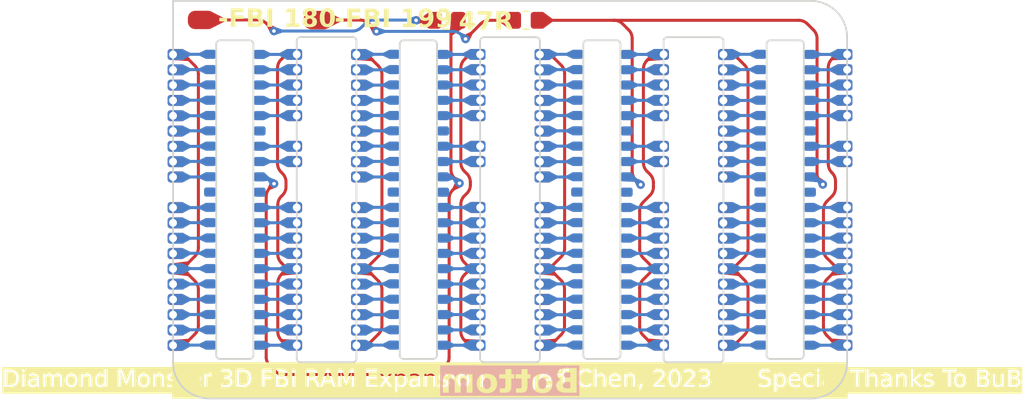
<source format=kicad_pcb>
(kicad_pcb (version 20221018) (generator pcbnew)
  (title_block (title "Diamond Monster 3D RAM Expansion FBI Board") (date "2023-09-15") (rev "1") (company "Jeff Chen"))
  (layers (0 "F.Cu" signal "Front") (31 "B.Cu" signal "Back") (34 "B.Paste" user) (35 "F.Paste" user) (36 "B.SilkS" user "B.Silkscreen") (37 "F.SilkS" user "F.Silkscreen") (38 "B.Mask" user) (39 "F.Mask" user) (44 "Edge.Cuts" user))
  (net 0 "")
  (net 1 "/Mem_U9.Vcc")
  (net 2 "/Mem_U9.D0")
  (net 3 "/Mem_U9.D1")
  (net 4 "/Mem_U9.D2")
  (net 5 "/Mem_U9.D3")
  (net 6 "/Mem_U9.D4")
  (net 7 "/Mem_U9.D5")
  (net 8 "/Mem_U9.D6")
  (net 9 "/Mem_U9.D7")
  (net 11 "/FBI_180")
  (net 12 "/Mem_U9.WE#")
  (net 13 "/Mem_U9.RAS#")
  (net 15 "/Mem_U9.A0")
  (net 16 "/Mem_U9.A1")
  (net 17 "/Mem_U9.A2")
  (net 18 "/Mem_U9.A3")
  (net 19 "/Mem_U9.GND")
  (net 20 "/Mem_U9.A4")
  (net 21 "/Mem_U9.A5")
  (net 22 "/Mem_U9.A6")
  (net 23 "/Mem_U9.A7")
  (net 24 "/Mem_U9.A8")
  (net 25 "/Mem_U9.OE#")
  (net 26 "/Mem_U9.CASH#")
  (net 27 "/Mem_U9.CASL#")
  (net 29 "/Mem_U9.D8")
  (net 30 "/Mem_U9.D9")
  (net 31 "/Mem_U9.D10")
  (net 32 "/Mem_U9.D11")
  (net 33 "/Mem_U9.D12")
  (net 34 "/Mem_U9.D13")
  (net 35 "/Mem_U9.D14")
  (net 36 "/Mem_U9.D15")
  (net 37 "/Mem_U6.Vcc")
  (net 38 "/Mem_U6.D0")
  (net 39 "/Mem_U6.D1")
  (net 40 "/Mem_U6.D2")
  (net 41 "/Mem_U6.D3")
  (net 42 "/Mem_U6.D4")
  (net 43 "/Mem_U6.D5")
  (net 44 "/Mem_U6.D6")
  (net 45 "/Mem_U6.D7")
  (net 47 "/Mem_U6.WE#")
  (net 48 "/Mem_U6.RAS#")
  (net 50 "/Mem_U6.A0")
  (net 51 "/Mem_U6.A1")
  (net 52 "/Mem_U6.A2")
  (net 53 "/Mem_U6.A3")
  (net 54 "/Mem_U6.GND")
  (net 55 "/Mem_U6.A4")
  (net 56 "/Mem_U6.A5")
  (net 57 "/Mem_U6.A6")
  (net 58 "/Mem_U6.A7")
  (net 59 "/Mem_U6.A8")
  (net 60 "/Mem_U6.OE#")
  (net 61 "/Mem_U6.CASH#")
  (net 62 "/Mem_U6.CASL#")
  (net 64 "/Mem_U6.D8")
  (net 65 "/Mem_U6.D9")
  (net 66 "/Mem_U6.D10")
  (net 67 "/Mem_U6.D11")
  (net 68 "/Mem_U6.D12")
  (net 69 "/Mem_U6.D13")
  (net 70 "/Mem_U6.D14")
  (net 71 "/Mem_U6.D15")
  (net 72 "/FBI_199")
  (net 73 "/Mem_U8.Vcc")
  (net 74 "/Mem_U8.D0")
  (net 75 "/Mem_U8.D1")
  (net 76 "/Mem_U8.D2")
  (net 77 "/Mem_U8.D3")
  (net 78 "/Mem_U8.D4")
  (net 79 "/Mem_U8.D5")
  (net 80 "/Mem_U8.D6")
  (net 81 "/Mem_U8.D7")
  (net 83 "/Mem_U8.WE#")
  (net 84 "/Mem_U8.RAS#")
  (net 86 "/Mem_U8.A0")
  (net 87 "/Mem_U8.A1")
  (net 88 "/Mem_U8.A2")
  (net 89 "/Mem_U8.A3")
  (net 90 "/Mem_U8.GND")
  (net 91 "/Mem_U8.A4")
  (net 92 "/Mem_U8.A5")
  (net 93 "/Mem_U8.A6")
  (net 94 "/Mem_U8.A7")
  (net 95 "/Mem_U8.A8")
  (net 96 "/Mem_U8.OE#")
  (net 97 "/Mem_U8.CASH#")
  (net 98 "/Mem_U8.CASL#")
  (net 100 "/Mem_U8.D8")
  (net 101 "/Mem_U8.D9")
  (net 102 "/Mem_U8.D10")
  (net 103 "/Mem_U8.D11")
  (net 104 "/Mem_U8.D12")
  (net 105 "/Mem_U8.D13")
  (net 106 "/Mem_U8.D14")
  (net 107 "/Mem_U8.D15")
  (net 108 "/Mem_U7.Vcc")
  (net 109 "/Mem_U7.D0")
  (net 110 "/Mem_U7.D1")
  (net 111 "/Mem_U7.D2")
  (net 112 "/Mem_U7.D3")
  (net 113 "/Mem_U7.D4")
  (net 114 "/Mem_U7.D5")
  (net 115 "/Mem_U7.D6")
  (net 116 "/Mem_U7.D7")
  (net 118 "/Mem_U7.WE#")
  (net 119 "/Mem_U7.RAS#")
  (net 121 "/Mem_U7.A0")
  (net 122 "/Mem_U7.A1")
  (net 123 "/Mem_U7.A2")
  (net 124 "/Mem_U7.A3")
  (net 125 "/Mem_U7.GND")
  (net 126 "/Mem_U7.A4")
  (net 127 "/Mem_U7.A5")
  (net 128 "/Mem_U7.A6")
  (net 129 "/Mem_U7.A7")
  (net 130 "/Mem_U7.A8")
  (net 131 "/Mem_U7.OE#")
  (net 132 "/Mem_U7.CASH#")
  (net 133 "/Mem_U7.CASL#")
  (net 135 "/Mem_U7.D8")
  (net 136 "/Mem_U7.D9")
  (net 137 "/Mem_U7.D10")
  (net 138 "/Mem_U7.D11")
  (net 139 "/Mem_U7.D12")
  (net 140 "/Mem_U7.D13")
  (net 141 "/Mem_U7.D14")
  (net 142 "/Mem_U7.D15")
  (net 143 "Net-(J3-Pin_1)")
  (net 144 "Net-(J4-Pin_1)")
  (footprint "Voodoo RAM Expansion:SOJ40 Castellated Vias" (layer "F.Cu") (at 137.68 112.62 180)
    (fp_text reference "S2" hide)
    (fp_text value "~")
  )
  (footprint "Voodoo RAM Expansion:Pin Header 2x20 SMD Inverted" (layer "F.Cu") (at 145.81 87.1)
    (fp_text reference "J5" hide)
    (fp_text value "~")
    (fp_line (start 0.416983 0.539588) (end 0.416983 26.339588) (stroke (width 0.15)) (layer "Edge.Cuts"))
    (fp_line (start 0.736902 26.659507) (end 3.180385 26.659507) (stroke (width 0.15)) (layer "Edge.Cuts"))
    (fp_line (start 3.180385 0.219669) (end 0.736902 0.219669) (stroke (width 0.15)) (layer "Edge.Cuts"))
    (fp_line (start 3.500304 26.339588) (end 3.500304 0.539588) (stroke (width 0.15)) (layer "Edge.Cuts"))
    (fp_arc (start 0.416983 0.539588) (mid 0.510685 0.313371) (end 0.736902 0.219669) (stroke (width 0.15)) (layer "Edge.Cuts"))
    (fp_arc (start 0.736902 26.659507) (mid 0.510687 26.565803) (end 0.416983 26.339588) (stroke (width 0.15)) (layer "Edge.Cuts"))
    (fp_arc (start 3.180385 0.219669) (mid 3.406616 0.313365) (end 3.500304 0.539588) (stroke (width 0.15)) (layer "Edge.Cuts"))
    (fp_arc (start 3.500304 26.339588) (mid 3.406605 26.565807) (end 3.180385 26.659507) (stroke (width 0.15)) (layer "Edge.Cuts"))
  )
  (footprint "Voodoo RAM Expansion:Single Pad" (layer "F.Cu") (at 114.6 85.64)
    (fp_text reference "J3" hide)
    (fp_text value "FBI 180")
  )
  (footprint "Resistor_SMD:R_0805_2012Metric_Pad1.20x1.40mm_HandSolder" (layer "F.Cu") (at 134.87 85.66)
    (fp_text reference "R1" hide)
    (fp_text value "47R")
  )
  (footprint "Voodoo RAM Expansion:Pin Header 2x20 SMD Inverted" (layer "F.Cu") (at 115.39 87.1)
    (fp_text reference "J1" hide)
    (fp_text value "~")
    (fp_line (start 0.416983 0.539588) (end 0.416983 26.339588) (stroke (width 0.15)) (layer "Edge.Cuts"))
    (fp_line (start 0.736902 26.659507) (end 3.180385 26.659507) (stroke (width 0.15)) (layer "Edge.Cuts"))
    (fp_line (start 3.180385 0.219669) (end 0.736902 0.219669) (stroke (width 0.15)) (layer "Edge.Cuts"))
    (fp_line (start 3.500304 26.339588) (end 3.500304 0.539588) (stroke (width 0.15)) (layer "Edge.Cuts"))
    (fp_arc (start 0.416983 0.539588) (mid 0.510685 0.313371) (end 0.736902 0.219669) (stroke (width 0.15)) (layer "Edge.Cuts"))
    (fp_arc (start 0.736902 26.659507) (mid 0.510687 26.565803) (end 0.416983 26.339588) (stroke (width 0.15)) (layer "Edge.Cuts"))
    (fp_arc (start 3.180385 0.219669) (mid 3.406616 0.313365) (end 3.500304 0.539588) (stroke (width 0.15)) (layer "Edge.Cuts"))
    (fp_arc (start 3.500304 26.339588) (mid 3.406605 26.565807) (end 3.180385 26.659507) (stroke (width 0.15)) (layer "Edge.Cuts"))
  )
  (footprint "Voodoo RAM Expansion:Pin Header 2x20 SMD Inverted" (layer "F.Cu") (at 161 87.1)
    (fp_text reference "J6" hide)
    (fp_text value "~")
    (fp_line (start 0.416983 0.539588) (end 0.416983 26.339588) (stroke (width 0.15)) (layer "Edge.Cuts"))
    (fp_line (start 0.736902 26.659507) (end 3.180385 26.659507) (stroke (width 0.15)) (layer "Edge.Cuts"))
    (fp_line (start 3.180385 0.219669) (end 0.736902 0.219669) (stroke (width 0.15)) (layer "Edge.Cuts"))
    (fp_line (start 3.500304 26.339588) (end 3.500304 0.539588) (stroke (width 0.15)) (layer "Edge.Cuts"))
    (fp_arc (start 0.416983 0.539588) (mid 0.510685 0.313371) (end 0.736902 0.219669) (stroke (width 0.15)) (layer "Edge.Cuts"))
    (fp_arc (start 0.736902 26.659507) (mid 0.510687 26.565803) (end 0.416983 26.339588) (stroke (width 0.15)) (layer "Edge.Cuts"))
    (fp_arc (start 3.180385 0.219669) (mid 3.406616 0.313365) (end 3.500304 0.539588) (stroke (width 0.15)) (layer "Edge.Cuts"))
    (fp_arc (start 3.500304 26.339588) (mid 3.406605 26.565807) (end 3.180385 26.659507) (stroke (width 0.15)) (layer "Edge.Cuts"))
  )
  (footprint "Voodoo RAM Expansion:SOJ40 Castellated Vias" (layer "F.Cu") (at 168.09 112.62 180)
    (fp_text reference "S4" hide)
    (fp_text value "~")
  )
  (footprint "Voodoo RAM Expansion:Pin Header 2x20 SMD Inverted" (layer "F.Cu") (at 130.6 87.1)
    (fp_text reference "J2" hide)
    (fp_text value "~")
    (fp_line (start 0.416983 0.539588) (end 0.416983 26.339588) (stroke (width 0.15)) (layer "Edge.Cuts"))
    (fp_line (start 0.736902 26.659507) (end 3.180385 26.659507) (stroke (width 0.15)) (layer "Edge.Cuts"))
    (fp_line (start 3.180385 0.219669) (end 0.736902 0.219669) (stroke (width 0.15)) (layer "Edge.Cuts"))
    (fp_line (start 3.500304 26.339588) (end 3.500304 0.539588) (stroke (width 0.15)) (layer "Edge.Cuts"))
    (fp_arc (start 0.416983 0.539588) (mid 0.510685 0.313371) (end 0.736902 0.219669) (stroke (width 0.15)) (layer "Edge.Cuts"))
    (fp_arc (start 0.736902 26.659507) (mid 0.510687 26.565803) (end 0.416983 26.339588) (stroke (width 0.15)) (layer "Edge.Cuts"))
    (fp_arc (start 3.180385 0.219669) (mid 3.406616 0.313365) (end 3.500304 0.539588) (stroke (width 0.15)) (layer "Edge.Cuts"))
    (fp_arc (start 3.500304 26.339588) (mid 3.406605 26.565807) (end 3.180385 26.659507) (stroke (width 0.15)) (layer "Edge.Cuts"))
  )
  (footprint "Voodoo RAM Expansion:SOJ40 Castellated Vias" (layer "F.Cu") (at 122.48 112.62 180)
    (fp_text reference "S1" hide)
    (fp_text value "~")
  )
  (footprint "Voodoo RAM Expansion:SOJ40 Castellated Vias" (layer "F.Cu") (at 152.88 112.62 180)
    (fp_text reference "S3" hide)
    (fp_text value "~")
  )
  (footprint "LOGO" (layer "F.Cu") (at 140.14 100.54)
    (fp_text reference "G***" hide)
    (fp_text value "LOGO" hide)
  )
  (footprint "Resistor_SMD:R_0805_2012Metric_Pad1.20x1.40mm_HandSolder" (layer "F.Cu") (at 141.47 85.66)
    (fp_text reference "R2" hide)
    (fp_text value "47R")
  )
  (footprint "Voodoo RAM Expansion:Single Pad" (layer "F.Cu") (at 124.21 85.65)
    (fp_text reference "J4" hide)
    (fp_text value "FBI 199")
  )
  (gr_rect (start 112.22 114.1) (end 168.08 114.4154) (stroke (width 0.127)) (fill solid) (layer "F.SilkS"))
  (gr_rect (start 166.224463 114.39) (end 168.075537 116.648505) (stroke (width 0.127)) (fill solid) (layer "F.SilkS"))
  (gr_rect (start 112.219301 116.666926) (end 168.079301 116.982326) (stroke (width 0.127)) (fill solid) (layer "F.SilkS"))
  (gr_rect (start 112.219301 114.356751) (end 114.408367 116.693249) (stroke (width 0.127)) (fill solid) (layer "F.SilkS"))
  (gr_line (start 112.23 84.05) (end 112.23 114.038521) (stroke (width 0.15)) (layer "Edge.Cuts"))
  (gr_arc (start 152.88 87.38) (mid 152.973726 87.153726) (end 153.2 87.06) (stroke (width 0.15)) (layer "Edge.Cuts"))
  (gr_arc (start 127.11 87.05) (mid 127.336274 87.143726) (end 127.43 87.37) (stroke (width 0.15)) (layer "Edge.Cuts"))
  (gr_line (start 137.68 113.71) (end 137.68 87.38) (stroke (width 0.15)) (layer "Edge.Cuts"))
  (gr_arc (start 122.799999 114.03) (mid 122.573725 113.936274) (end 122.48 113.71) (stroke (width 0.15)) (layer "Edge.Cuts"))
  (gr_line (start 157.84 87.38) (end 157.84 113.71) (stroke (width 0.15)) (layer "Edge.Cuts"))
  (gr_line locked (start 165.089776 84.05) (end 112.23 84.05) (stroke (width 0.15)) (layer "Edge.Cuts"))
  (gr_line (start 122.48 113.71) (end 122.48 87.37) (stroke (width 0.15)) (layer "Edge.Cuts"))
  (gr_line (start 157.52 114.03) (end 153.199999 114.03) (stroke (width 0.15)) (layer "Edge.Cuts"))
  (gr_line locked (start 165.089775 117.04) (end 115.23 117.04) (stroke (width 0.15)) (layer "Edge.Cuts"))
  (gr_arc (start 137.68 87.38) (mid 137.773726 87.153726) (end 138 87.06) (stroke (width 0.15)) (layer "Edge.Cuts"))
  (gr_line (start 168.09 87.050224) (end 168.09 114.039778) (stroke (width 0.15)) (layer "Edge.Cuts"))
  (gr_line (start 127.43 87.37) (end 127.43 113.71) (stroke (width 0.15)) (layer "Edge.Cuts"))
  (gr_arc (start 142.31 87.06) (mid 142.536274 87.153726) (end 142.63 87.38) (stroke (width 0.15)) (layer "Edge.Cuts"))
  (gr_line (start 142.63 87.38) (end 142.63 113.71) (stroke (width 0.15)) (layer "Edge.Cuts"))
  (gr_line (start 122.8 87.05) (end 127.11 87.05) (stroke (width 0.15)) (layer "Edge.Cuts"))
  (gr_arc locked (start 115.230223 117.038744) (mid 113.108745 116.159999) (end 112.23 114.038521) (stroke (width 0.15)) (layer "Edge.Cuts"))
  (gr_line (start 138 87.06) (end 142.31 87.06) (stroke (width 0.15)) (layer "Edge.Cuts"))
  (gr_arc (start 122.48 87.37) (mid 122.573726 87.143726) (end 122.8 87.05) (stroke (width 0.15)) (layer "Edge.Cuts"))
  (gr_arc (start 157.52 87.06) (mid 157.746274 87.153726) (end 157.84 87.38) (stroke (width 0.15)) (layer "Edge.Cuts"))
  (gr_arc locked (start 165.089776 84.05) (mid 167.211261 84.928738) (end 168.09 87.050224) (stroke (width 0.15)) (layer "Edge.Cuts"))
  (gr_arc (start 137.999999 114.03) (mid 137.773725 113.936274) (end 137.68 113.71) (stroke (width 0.15)) (layer "Edge.Cuts"))
  (gr_line (start 153.2 87.06) (end 157.52 87.06) (stroke (width 0.15)) (layer "Edge.Cuts"))
  (gr_arc (start 127.43 113.71) (mid 127.336274 113.936274) (end 127.11 114.03) (stroke (width 0.15)) (layer "Edge.Cuts"))
  (gr_arc (start 157.84 113.71) (mid 157.746274 113.936274) (end 157.52 114.03) (stroke (width 0.15)) (layer "Edge.Cuts"))
  (gr_arc locked (start 168.09 114.039778) (mid 167.211261 116.161263) (end 165.089775 117.04) (stroke (width 0.15)) (layer "Edge.Cuts"))
  (gr_arc (start 142.63 113.71) (mid 142.536274 113.936274) (end 142.31 114.03) (stroke (width 0.15)) (layer "Edge.Cuts"))
  (gr_arc (start 153.199999 114.03) (mid 152.973725 113.936274) (end 152.88 113.71) (stroke (width 0.15)) (layer "Edge.Cuts"))
  (gr_line (start 127.11 114.03) (end 122.799999 114.03) (stroke (width 0.15)) (layer "Edge.Cuts"))
  (gr_line (start 142.31 114.03) (end 137.999999 114.03) (stroke (width 0.15)) (layer "Edge.Cuts"))
  (gr_line (start 152.88 113.71) (end 152.88 87.38) (stroke (width 0.15)) (layer "Edge.Cuts"))
  (gr_text "Bottom" (at 140.15 115.73) (layer "B.SilkS" knockout) (effects (font (size 2 2) (thickness 0.127) bold) (justify mirror)))
  (gr_text "-FBI 199" (at 125.61 85.6) (layer "F.SilkS") (effects (font (size 1.5 1.5) (thickness 0.127) bold) (justify left)))
  (gr_text "47R" (at 138.17 85.81) (layer "F.SilkS") (effects (font (size 1.5 1.5) (thickness 0.127) bold)))
  (gr_text "Diamond Monster 3D FBI RAM Expansion      Jeff Chen, 2023      Special Thanks To BuB" (at 140.32 115.49) (layer "F.SilkS" knockout) (effects (font (size 1.4 1.4))))
  (gr_text "-FBI 180" (at 115.95 85.58) (layer "F.SilkS") (effects (font (size 1.5 1.5) (thickness 0.127) bold) (justify left)))
  (segment (start 121.297107 100.172893) (end 121.202893 100.267107) (width 0.25) (layer "F.Cu") (net 1))
  (segment (start 120.91 100.974214) (end 120.91 105.075786) (width 0.25) (layer "F.Cu") (net 1))
  (segment (start 122.034214 112.62) (end 122.22 112.62) (width 0.25) (layer "F.Cu") (net 1))
  (segment (start 121.89 106.27) (end 122.22 106.27) (width 0.25) (layer "F.Cu") (net 1))
  (segment (start 121.202893 112.202893) (end 121.327107 112.327107) (width 0.25) (layer "F.Cu") (net 1))
  (segment (start 121.317107 88.782893) (end 121.182893 88.917107) (width 0.25) (layer "F.Cu") (net 1))
  (segment (start 121.202893 105.782893) (end 121.69 106.27) (width 0.25) (layer "F.Cu") (net 1))
  (segment (start 121.69 106.27) (end 121.89 106.27) (width 0.25) (layer "F.Cu") (net 1))
  (segment (start 120.91 107.464214) (end 120.91 111.495786) (width 0.25) (layer "F.Cu") (net 1))
  (segment (start 121.59 99.074214) (end 121.59 99.465786) (width 0.25) (layer "F.Cu") (net 1))
  (segment (start 120.89 89.624214) (end 120.89 97.545786) (width 0.25) (layer "F.Cu") (net 1))
  (segment (start 121.182893 98.252893) (end 121.297107 98.367107) (width 0.25) (layer "F.Cu") (net 1))
  (segment (start 121.69 106.27) (end 121.202893 106.757107) (width 0.25) (layer "F.Cu") (net 1))
  (segment (start 122.22 88.49) (end 122.024214 88.49) (width 0.25) (layer "F.Cu") (net 1))
  (arc (start 121.317107 88.782893) (mid 121.64153 88.56612) (end 122.024214 88.49) (width 0.25) (layer "F.Cu") (net 1))
  (arc (start 120.91 105.075786) (mid 120.98612 105.458469) (end 121.202893 105.782893) (width 0.25) (layer "F.Cu") (net 1))
  (arc (start 120.91 100.974214) (mid 120.98612 100.591531) (end 121.202893 100.267107) (width 0.25) (layer "F.Cu") (net 1))
  (arc (start 120.89 89.624214) (mid 120.96612 89.241531) (end 121.182893 88.917107) (width 0.25) (layer "F.Cu") (net 1))
  (arc (start 121.297107 100.172893) (mid 121.51388 99.84847) (end 121.59 99.465786) (width 0.25) (layer "F.Cu") (net 1))
  (arc (start 120.91 111.495786) (mid 120.98612 111.878469) (end 121.202893 112.202893) (width 0.25) (layer "F.Cu") (net 1))
  (arc (start 122.034214 112.62) (mid 121.651531 112.54388) (end 121.327107 112.327107) (width 0.25) (layer "F.Cu") (net 1))
  (arc (start 121.59 99.074214) (mid 121.51388 98.691531) (end 121.297107 98.367107) (width 0.25) (layer "F.Cu") (net 1))
  (arc (start 120.89 97.545786) (mid 120.96612 97.928469) (end 121.182893 98.252893) (width 0.25) (layer "F.Cu") (net 1))
  (arc (start 120.91 107.464214) (mid 120.98612 107.081531) (end 121.202893 106.757107) (width 0.25) (layer "F.Cu") (net 1))
  (segment (start 119.4 88.49) (end 122.355 88.49) (width 0.25) (layer "B.Cu") (net 1))
  (segment (start 119.4 106.27) (end 122.355 106.27) (width 0.25) (layer "B.Cu") (net 1))
  (segment (start 119.4 112.62) (end 122.355 112.62) (width 0.25) (layer "B.Cu") (net 1))
  (segment (start 119.4 111.35) (end 122.355 111.35) (width 0.25) (layer "B.Cu") (net 2))
  (segment (start 119.4 110.08) (end 122.355 110.08) (width 0.25) (layer "B.Cu") (net 3))
  (segment (start 119.4 108.81) (end 122.355 108.81) (width 0.25) (layer "B.Cu") (net 4))
  (segment (start 119.4 107.54) (end 122.48 107.54) (width 0.25) (layer "B.Cu") (net 5))
  (segment (start 119.4 105) (end 122.355 105) (width 0.25) (layer "B.Cu") (net 6))
  (segment (start 119.4 103.73) (end 122.355 103.73) (width 0.25) (layer "B.Cu") (net 7))
  (segment (start 119.4 102.46) (end 122.355 102.46) (width 0.25) (layer "B.Cu") (net 8))
  (segment (start 119.4 101.19) (end 122.355 101.19) (width 0.25) (layer "B.Cu") (net 9))
  (segment (start 133.675786 115.05) (end 121.394214 115.05) (width 0.25) (layer "F.Cu") (net 11))
  (segment (start 135.11 100.454214) (end 135.11 113.615786) (width 0.25) (layer "F.Cu") (net 11))
  (segment (start 135.97 99.18) (end 135.402893 99.747107) (width 0.25) (layer "F.Cu") (net 11))
  (segment (start 119.95 113.605786) (end 119.95 100.284214) (width 0.25) (layer "F.Cu") (net 11))
  (segment (start 135.552893 86.087107) (end 135.87 85.77) (width 0.25) (layer "F.Cu") (net 11))
  (segment (start 135.26 98.055786) (end 135.26 86.794214) (width 0.25) (layer "F.Cu") (net 11))
  (segment (start 134.817107 114.322893) (end 134.382893 114.757107) (width 0.25) (layer "F.Cu") (net 11))
  (segment (start 135.87 85.77) (end 135.87 85.66) (width 0.25) (layer "F.Cu") (net 11))
  (segment (start 120.242893 99.577107) (end 120.6 99.22) (width 0.25) (layer "F.Cu") (net 11))
  (segment (start 120.687107 114.757107) (end 120.242893 114.312893) (width 0.25) (layer "F.Cu") (net 11))
  (segment (start 135.97 99.18) (end 135.552893 98.762893) (width 0.25) (layer "F.Cu") (net 11))
  (via (at 120.6 99.22) (size 0.7) (drill 0.3) (layers "F.Cu" "B.Cu") (net 11))
  (via (at 135.97 99.18) (size 0.7) (drill 0.3) (layers "F.Cu" "B.Cu") (net 11))
  (arc (start 135.26 98.055786) (mid 135.33612 98.438469) (end 135.552893 98.762893) (width 0.25) (layer "F.Cu") (net 11))
  (arc (start 135.26 86.794214) (mid 135.33612 86.411531) (end 135.552893 86.087107) (width 0.25) (layer "F.Cu") (net 11))
  (arc (start 134.382893 114.757107) (mid 134.05847 114.97388) (end 133.675786 115.05) (width 0.25) (layer "F.Cu") (net 11))
  (arc (start 120.687107 114.757107) (mid 121.01153 114.97388) (end 121.394214 115.05) (width 0.25) (layer "F.Cu") (net 11))
  (arc (start 119.95 113.605786) (mid 120.02612 113.988469) (end 120.242893 114.312893) (width 0.25) (layer "F.Cu") (net 11))
  (arc (start 134.817107 114.322893) (mid 135.03388 113.99847) (end 135.11 113.615786) (width 0.25) (layer "F.Cu") (net 11))
  (arc (start 135.402893 99.747107) (mid 135.18612 100.07153) (end 135.11 100.454214) (width 0.25) (layer "F.Cu") (net 11))
  (arc (start 119.95 100.284214) (mid 120.02612 99.901531) (end 120.242893 99.577107) (width 0.25) (layer "F.Cu") (net 11))
  (segment (start 135.97 99.18) (end 135.732893 98.942893) (width 0.25) (layer "B.Cu") (net 11))
  (segment (start 120.6 99.22) (end 120.322893 98.942893) (width 0.25) (layer "B.Cu") (net 11))
  (segment (start 135.025786 98.65) (end 134.61 98.65) (width 0.25) (layer "B.Cu") (net 11))
  (segment (start 119.615786 98.65) (end 119.4 98.65) (width 0.25) (layer "B.Cu") (net 11))
  (arc (start 135.025786 98.65) (mid 135.408469 98.72612) (end 135.732893 98.942893) (width 0.25) (layer "B.Cu") (net 11))
  (arc (start 120.322893 98.942893) (mid 119.99847 98.72612) (end 119.615786 98.65) (width 0.25) (layer "B.Cu") (net 11))
  (segment (start 119.4 97.38) (end 122.355 97.38) (width 0.25) (layer "B.Cu") (net 12))
  (segment (start 119.4 96.11) (end 122.355 96.11) (width 0.25) (layer "B.Cu") (net 13))
  (segment (start 119.4 93.57) (end 122.355 93.57) (width 0.25) (layer "B.Cu") (net 15))
  (segment (start 119.4 92.3) (end 122.355 92.3) (width 0.25) (layer "B.Cu") (net 16))
  (segment (start 119.4 91.03) (end 122.355 91.03) (width 0.25) (layer "B.Cu") (net 17))
  (segment (start 119.4 89.76) (end 122.355 89.76) (width 0.25) (layer "B.Cu") (net 18))
  (segment (start 114.33 107.994214) (end 114.33 110.995786) (width 0.25) (layer "F.Cu") (net 19))
  (segment (start 112.529031 106.28) (end 112.615786 106.28) (width 0.25) (layer "F.Cu") (net 19))
  (segment (start 112.695786 112.63) (end 112.5 112.63) (width 0.25) (layer "F.Cu") (net 19))
  (segment (start 114.037107 105.242893) (end 113.292893 105.987107) (width 0.25) (layer "F.Cu") (net 19))
  (segment (start 113.322893 106.572893) (end 114.037107 107.287107) (width 0.25) (layer "F.Cu") (net 19))
  (segment (start 112.5 88.5) (end 112.695786 88.5) (width 0.25) (layer "F.Cu") (net 19))
  (segment (start 114.037107 111.702893) (end 113.402893 112.337107) (width 0.25) (layer "F.Cu") (net 19))
  (segment (start 113.402893 88.792893) (end 114.037107 89.427107) (width 0.25) (layer "F.Cu") (net 19))
  (segment (start 114.33 90.134214) (end 114.33 104.535786) (width 0.25) (layer "F.Cu") (net 19))
  (segment (start 112.585786 106.28) (end 112.529031 106.28) (width 0.25) (layer "F.Cu") (net 19))
  (segment (start 112.5 106.28) (end 112.529031 106.28) (width 0.25) (layer "F.Cu") (net 19))
  (arc (start 114.33 90.134214) (mid 114.25388 89.751531) (end 114.037107 89.427107) (width 0.25) (layer "F.Cu") (net 19))
  (arc (start 112.695786 88.5) (mid 113.078469 88.57612) (end 113.402893 88.792893) (width 0.25) (layer "F.Cu") (net 19))
  (arc (start 114.037107 111.702893) (mid 114.25388 111.37847) (end 114.33 110.995786) (width 0.25) (layer "F.Cu") (net 19))
  (arc (start 113.292893 105.987107) (mid 112.96847 106.20388) (end 112.585786 106.28) (width 0.25) (layer "F.Cu") (net 19))
  (arc (start 114.037107 105.242893) (mid 114.25388 104.91847) (end 114.33 104.535786) (width 0.25) (layer "F.Cu") (net 19))
  (arc (start 112.695786 112.63) (mid 113.078469 112.55388) (end 113.402893 112.337107) (width 0.25) (layer "F.Cu") (net 19))
  (arc (start 114.33 107.994214) (mid 114.25388 107.611531) (end 114.037107 107.287107) (width 0.25) (layer "F.Cu") (net 19))
  (arc (start 112.615786 106.28) (mid 112.998469 106.35612) (end 113.322893 106.572893) (width 0.25) (layer "F.Cu") (net 19))
  (segment (start 112.355 106.26) (end 112.355 106.28) (width 0.25) (layer "B.Cu") (net 19))
  (segment (start 115.3 112.61) (end 112.355 112.61) (width 0.25) (layer "B.Cu") (net 19))
  (segment (start 115.3 88.48) (end 112.355 88.48) (width 0.25) (layer "B.Cu") (net 19))
  (segment (start 112.355 112.61) (end 112.355 112.63) (width 0.25) (layer "B.Cu") (net 19))
  (segment (start 115.3 106.26) (end 112.355 106.26) (width 0.25) (layer "B.Cu") (net 19))
  (segment (start 112.355 88.48) (end 112.355 88.5) (width 0.25) (layer "B.Cu") (net 19))
  (segment (start 112.355 89.75) (end 112.355 89.77) (width 0.25) (layer "B.Cu") (net 20))
  (segment (start 115.3 89.75) (end 112.355 89.75) (width 0.25) (layer "B.Cu") (net 20))
  (segment (start 112.355 91.02) (end 112.355 91.04) (width 0.25) (layer "B.Cu") (net 21))
  (segment (start 115.3 91.02) (end 112.355 91.02) (width 0.25) (layer "B.Cu") (net 21))
  (segment (start 112.355 92.29) (end 112.355 92.31) (width 0.25) (layer "B.Cu") (net 22))
  (segment (start 115.3 92.29) (end 112.355 92.29) (width 0.25) (layer "B.Cu") (net 22))
  (segment (start 115.3 93.56) (end 115.28 93.58) (width 0.25) (layer "B.Cu") (net 23))
  (segment (start 115.28 93.58) (end 112.355 93.58) (width 0.25) (layer "B.Cu") (net 23))
  (segment (start 112.355 94.83) (end 112.355 94.85) (width 0.25) (layer "B.Cu") (net 24))
  (segment (start 115.3 94.83) (end 112.355 94.83) (width 0.25) (layer "B.Cu") (net 24))
  (segment (start 115.28 96.12) (end 112.355 96.12) (width 0.25) (layer "B.Cu") (net 25))
  (segment (start 115.3 96.1) (end 115.28 96.12) (width 0.25) (layer "B.Cu") (net 25))
  (segment (start 115.3 97.37) (end 112.355 97.37) (width 0.25) (layer "B.Cu") (net 26))
  (segment (start 112.355 97.37) (end 112.355 97.39) (width 0.25) (layer "B.Cu") (net 26))
  (segment (start 115.3 98.64) (end 115.28 98.66) (width 0.25) (layer "B.Cu") (net 27))
  (segment (start 115.28 98.66) (end 112.355 98.66) (width 0.25) (layer "B.Cu") (net 27))
  (segment (start 115.28 101.2) (end 112.355 101.2) (width 0.25) (layer "B.Cu") (net 29))
  (segment (start 115.3 101.18) (end 115.28 101.2) (width 0.25) (layer "B.Cu") (net 29))
  (segment (start 112.355 102.45) (end 112.355 102.47) (width 0.25) (layer "B.Cu") (net 30))
  (segment (start 115.3 102.45) (end 112.355 102.45) (width 0.25) (layer "B.Cu") (net 30))
  (segment (start 115.3 103.72) (end 115.28 103.74) (width 0.25) (layer "B.Cu") (net 31))
  (segment (start 115.28 103.74) (end 112.355 103.74) (width 0.25) (layer "B.Cu") (net 31))
  (segment (start 115.3 104.99) (end 112.355 104.99) (width 0.25) (layer "B.Cu") (net 32))
  (segment (start 112.355 104.99) (end 112.355 105.01) (width 0.25) (layer "B.Cu") (net 32))
  (segment (start 115.3 107.53) (end 115.28 107.55) (width 0.25) (layer "B.Cu") (net 33))
  (segment (start 115.28 107.55) (end 112.355 107.55) (width 0.25) (layer "B.Cu") (net 33))
  (segment (start 115.28 108.82) (end 112.355 108.82) (width 0.25) (layer "B.Cu") (net 34))
  (segment (start 115.3 108.8) (end 115.28 108.82) (width 0.25) (layer "B.Cu") (net 34))
  (segment (start 112.355 110.07) (end 112.355 110.09) (width 0.25) (layer "B.Cu") (net 35))
  (segment (start 115.3 110.07) (end 112.355 110.07) (width 0.25) (layer "B.Cu") (net 35))
  (segment (start 115.3 111.34) (end 112.355 111.34) (width 0.25) (layer "B.Cu") (net 36))
  (segment (start 112.355 111.34) (end 112.355 111.36) (width 0.25) (layer "B.Cu") (net 36))
  (segment (start 137.390969 106.27) (end 137.42 106.27) (width 0.25) (layer "F.Cu") (net 37))
  (segment (start 136.08 100.934214) (end 136.08 105.045786) (width 0.25) (layer "F.Cu") (net 37))
  (segment (start 136.577107 100.022893) (end 136.372893 100.227107) (width 0.25) (layer "F.Cu") (net 37))
  (segment (start 136.08 89.624214) (end 136.08 97.475786) (width 0.25) (layer "F.Cu") (net 37))
  (segment (start 137.42 112.62) (end 137.214214 112.62) (width 0.25) (layer "F.Cu") (net 37))
  (segment (start 137.09 106.27) (end 137.390969 106.27) (width 0.25) (layer "F.Cu") (net 37))
  (segment (start 136.87 99.094214) (end 136.87 99.315786) (width 0.25) (layer "F.Cu") (net 37))
  (segment (start 136.507107 112.327107) (end 136.372893 112.192893) (width 0.25) (layer "F.Cu") (net 37))
  (segment (start 137.42 88.49) (end 137.214214 88.49) (width 0.25) (layer "F.Cu") (net 37))
  (segment (start 136.372893 98.182893) (end 136.577107 98.387107) (width 0.25) (layer "F.Cu") (net 37))
  (segment (start 136.08 111.485786) (end 136.08 107.494214) (width 0.25) (layer "F.Cu") (net 37))
  (segment (start 136.372893 105.752893) (end 136.89 106.27) (width 0.25) (layer "F.Cu") (net 37))
  (segment (start 136.507107 88.782893) (end 136.372893 88.917107) (width 0.25) (layer "F.Cu") (net 37))
  (segment (start 136.89 106.27) (end 137.09 106.27) (width 0.25) (layer "F.Cu") (net 37))
  (segment (start 136.372893 106.787107) (end 136.89 106.27) (width 0.25) (layer "F.Cu") (net 37))
  (arc (start 136.372893 98.182893) (mid 136.15612 97.85847) (end 136.08 97.475786) (width 0.25) (layer "F.Cu") (net 37))
  (arc (start 136.507107 88.782893) (mid 136.83153 88.56612) (end 137.214214 88.49) (width 0.25) (layer "F.Cu") (net 37))
  (arc (start 136.372893 88.917107) (mid 136.15612 89.24153) (end 136.08 89.624214) (width 0.25) (layer "F.Cu") (net 37))
  (arc (start 136.08 105.045786) (mid 136.15612 105.428469) (end 136.372893 105.752893) (width 0.25) (layer "F.Cu") (net 37))
  (arc (start 136.08 111.485786) (mid 136.15612 111.868469) (end 136.372893 112.192893) (width 0.25) (layer "F.Cu") (net 37))
  (arc (start 136.372893 106.787107) (mid 136.15612 107.11153) (end 136.08 107.494214) (width 0.25) (layer "F.Cu") (net 37))
  (arc (start 136.87 99.315786) (mid 136.79388 99.698469) (end 136.577107 100.022893) (width 0.25) (layer "F.Cu") (net 37))
  (arc (start 136.577107 98.387107) (mid 136.79388 98.71153) (end 136.87 99.094214) (width 0.25) (layer "F.Cu") (net 37))
  (arc (start 137.214214 112.62) (mid 136.831531 112.54388) (end 136.507107 112.327107) (width 0.25) (layer "F.Cu") (net 37))
  (arc (start 136.08 100.934214) (mid 136.15612 100.551531) (end 136.372893 100.227107) (width 0.25) (layer "F.Cu") (net 37))
  (segment (start 134.61 88.49) (end 137.42 88.49) (width 0.25) (layer "B.Cu") (net 37))
  (segment (start 134.61 106.27) (end 137.42 106.27) (width 0.25) (layer "B.Cu") (net 37))
  (segment (start 134.61 112.62) (end 137.42 112.62) (width 0.25) (layer "B.Cu") (net 37))
  (segment (start 134.61 111.35) (end 137.42 111.35) (width 0.25) (layer "B.Cu") (net 38))
  (segment (start 134.61 110.08) (end 137.42 110.08) (width 0.25) (layer "B.Cu") (net 39))
  (segment (start 134.61 108.81) (end 137.42 108.81) (width 0.25) (layer "B.Cu") (net 40))
  (segment (start 134.61 107.54) (end 137.42 107.54) (width 0.25) (layer "B.Cu") (net 41))
  (segment (start 134.61 105) (end 137.42 105) (width 0.25) (layer "B.Cu") (net 42))
  (segment (start 134.61 103.73) (end 137.42 103.73) (width 0.25) (layer "B.Cu") (net 43))
  (segment (start 134.61 102.46) (end 137.42 102.46) (width 0.25) (layer "B.Cu") (net 44))
  (segment (start 134.61 101.19) (end 137.42 101.19) (width 0.25) (layer "B.Cu") (net 45))
  (segment (start 134.61 97.38) (end 137.42 97.38) (width 0.25) (layer "B.Cu") (net 47))
  (segment (start 134.61 96.11) (end 137.42 96.11) (width 0.25) (layer "B.Cu") (net 48))
  (segment (start 134.61 93.57) (end 137.42 93.57) (width 0.25) (layer "B.Cu") (net 50))
  (segment (start 134.61 92.3) (end 137.42 92.3) (width 0.25) (layer "B.Cu") (net 51))
  (segment (start 134.61 91.03) (end 137.42 91.03) (width 0.25) (layer "B.Cu") (net 52))
  (segment (start 134.61 89.76) (end 137.42 89.76) (width 0.25) (layer "B.Cu") (net 53))
  (segment (start 128.24 106.24) (end 128.24 106.28) (width 0.25) (layer "F.Cu") (net 54))
  (segment (start 129.54 90.154214) (end 129.54 104.525786) (width 0.25) (layer "F.Cu") (net 54))
  (segment (start 128.592893 88.792893) (end 129.247107 89.447107) (width 0.25) (layer "F.Cu") (net 54))
  (segment (start 127.7 88.5) (end 127.885786 88.5) (width 0.25) (layer "F.Cu") (net 54))
  (segment (start 129.247107 111.702893) (end 128.612893 112.337107) (width 0.25) (layer "F.Cu") (net 54))
  (segment (start 129.247107 105.232893) (end 128.24 106.24) (width 0.25) (layer "F.Cu") (net 54))
  (segment (start 128.24 106.28) (end 129.247107 107.287107) (width 0.25) (layer "F.Cu") (net 54))
  (segment (start 129.54 107.994214) (end 129.54 110.995786) (width 0.25) (layer "F.Cu") (net 54))
  (segment (start 127.905786 112.63) (end 127.7 112.63) (width 0.25) (layer "F.Cu") (net 54))
  (arc (start 129.54 104.525786) (mid 129.46388 104.908469) (end 129.247107 105.232893) (width 0.25) (layer "F.Cu") (net 54))
  (arc (start 129.54 90.154214) (mid 129.46388 89.771531) (end 129.247107 89.447107) (width 0.25) (layer "F.Cu") (net 54))
  (arc (start 128.612893 112.337107) (mid 128.28847 112.55388) (end 127.905786 112.63) (width 0.25) (layer "F.Cu") (net 54))
  (arc (start 127.885786 88.5) (mid 128.268469 88.57612) (end 128.592893 88.792893) (width 0.25) (layer "F.Cu") (net 54))
  (arc (start 129.247107 111.702893) (mid 129.46388 111.37847) (end 129.54 110.995786) (width 0.25) (layer "F.Cu") (net 54))
  (arc (start 129.54 107.994214) (mid 129.46388 107.611531) (end 129.247107 107.287107) (width 0.25) (layer "F.Cu") (net 54))
  (segment (start 130.51 106.26) (end 127.72 106.26) (width 0.25) (layer "B.Cu") (net 54))
  (segment (start 130.51 88.48) (end 127.72 88.48) (width 0.25) (layer "B.Cu") (net 54))
  (segment (start 127.72 88.48) (end 127.7 88.5) (width 0.25) (layer "B.Cu") (net 54))
  (segment (start 130.51 112.61) (end 127.72 112.61) (width 0.25) (layer "B.Cu") (net 54))
  (segment (start 127.72 112.61) (end 127.7 112.63) (width 0.25) (layer "B.Cu") (net 54))
  (segment (start 127.72 106.26) (end 127.7 106.28) (width 0.25) (layer "B.Cu") (net 54))
  (segment (start 130.49 89.77) (end 127.7 89.77) (width 0.25) (layer "B.Cu") (net 55))
  (segment (start 130.51 89.75) (end 130.49 89.77) (width 0.25) (layer "B.Cu") (net 55))
  (segment (start 130.49 91.04) (end 127.7 91.04) (width 0.25) (layer "B.Cu") (net 56))
  (segment (start 130.51 91.02) (end 130.49 91.04) (width 0.25) (layer "B.Cu") (net 56))
  (segment (start 130.51 92.29) (end 127.72 92.29) (width 0.25) (layer "B.Cu") (net 57))
  (segment (start 127.72 92.29) (end 127.7 92.31) (width 0.25) (layer "B.Cu") (net 57))
  (segment (start 127.72 93.56) (end 127.7 93.58) (width 0.25) (layer "B.Cu") (net 58))
  (segment (start 130.51 93.56) (end 127.72 93.56) (width 0.25) (layer "B.Cu") (net 58))
  (segment (start 127.72 94.83) (end 127.7 94.85) (width 0.25) (layer "B.Cu") (net 59))
  (segment (start 130.51 94.83) (end 127.72 94.83) (width 0.25) (layer "B.Cu") (net 59))
  (segment (start 127.72 96.1) (end 127.7 96.12) (width 0.25) (layer "B.Cu") (net 60))
  (segment (start 130.51 96.1) (end 127.72 96.1) (width 0.25) (layer "B.Cu") (net 60))
  (segment (start 130.51 97.37) (end 127.72 97.37) (width 0.25) (layer "B.Cu") (net 61))
  (segment (start 127.72 97.37) (end 127.7 97.39) (width 0.25) (layer "B.Cu") (net 61))
  (segment (start 130.51 98.64) (end 130.49 98.66) (width 0.25) (layer "B.Cu") (net 62))
  (segment (start 130.49 98.66) (end 127.7 98.66) (width 0.25) (layer "B.Cu") (net 62))
  (segment (start 130.51 101.18) (end 127.72 101.18) (width 0.25) (layer "B.Cu") (net 64))
  (segment (start 127.72 101.18) (end 127.7 101.2) (width 0.25) (layer "B.Cu") (net 64))
  (segment (start 127.72 102.45) (end 127.7 102.47) (width 0.25) (layer "B.Cu") (net 65))
  (segment (start 130.51 102.45) (end 127.72 102.45) (width 0.25) (layer "B.Cu") (net 65))
  (segment (start 127.72 103.72) (end 127.7 103.74) (width 0.25) (layer "B.Cu") (net 66))
  (segment (start 130.51 103.72) (end 127.72 103.72) (width 0.25) (layer "B.Cu") (net 66))
  (segment (start 130.49 105.01) (end 127.7 105.01) (width 0.25) (layer "B.Cu") (net 67))
  (segment (start 130.51 104.99) (end 130.49 105.01) (width 0.25) (layer "B.Cu") (net 67))
  (segment (start 127.72 107.53) (end 127.7 107.55) (width 0.25) (layer "B.Cu") (net 68))
  (segment (start 130.51 107.53) (end 127.72 107.53) (width 0.25) (layer "B.Cu") (net 68))
  (segment (start 130.51 108.8) (end 127.72 108.8) (width 0.25) (layer "B.Cu") (net 69))
  (segment (start 127.72 108.8) (end 127.7 108.82) (width 0.25) (layer "B.Cu") (net 69))
  (segment (start 130.49 110.09) (end 127.7 110.09) (width 0.25) (layer "B.Cu") (net 70))
  (segment (start 130.51 110.07) (end 130.49 110.09) (width 0.25) (layer "B.Cu") (net 70))
  (segment (start 130.51 111.34) (end 127.72 111.34) (width 0.25) (layer "B.Cu") (net 71))
  (segment (start 127.72 111.34) (end 127.7 111.36) (width 0.25) (layer "B.Cu") (net 71))
  (segment (start 148.775786 85.66) (end 148.72 85.66) (width 0.25) (layer "F.Cu") (net 72))
  (segment (start 149.987107 86.457107) (end 149.482893 85.952893) (width 0.25) (layer "F.Cu") (net 72))
  (segment (start 165.6 98.385786) (end 165.6 87.174214) (width 0.25) (layer "F.Cu") (net 72))
  (segment (start 142.47 85.66) (end 148.72 85.66) (width 0.25) (layer "F.Cu") (net 72))
  (segment (start 164.085786 85.66) (end 148.72 85.66) (width 0.25) (layer "F.Cu") (net 72))
  (segment (start 150.28 98.185786) (end 150.28 87.164214) (width 0.25) (layer "F.Cu") (net 72))
  (segment (start 165.307107 86.467107) (end 164.792893 85.952893) (width 0.25) (layer "F.Cu") (net 72))
  (segment (start 150.98 99.3) (end 150.572893 98.892893) (width 0.25) (layer "F.Cu") (net 72))
  (segment (start 166.08 99.28) (end 165.892893 99.092893) (width 0.25) (layer "F.Cu") (net 72))
  (via (at 150.98 99.3) (size 0.7) (drill 0.3) (layers "F.Cu" "B.Cu") (net 72))
  (via (at 166.08 99.28) (size 0.7) (drill 0.3) (layers "F.Cu" "B.Cu") (net 72))
  (arc (start 164.792893 85.952893) (mid 164.46847 85.73612) (end 164.085786 85.66) (width 0.25) (layer "F.Cu") (net 72))
  (arc (start 150.28 98.185786) (mid 150.35612 98.568469) (end 150.572893 98.892893) (width 0.25) (layer "F.Cu") (net 72))
  (arc (start 149.987107 86.457107) (mid 150.20388 86.78153) (end 150.28 87.164214) (width 0.25) (layer "F.Cu") (net 72))
  (arc (start 149.482893 85.952893) (mid 149.15847 85.73612) (end 148.775786 85.66) (width 0.25) (layer "F.Cu") (net 72))
  (arc (start 165.307107 86.467107) (mid 165.52388 86.79153) (end 165.6 87.174214) (width 0.25) (layer "F.Cu") (net 72))
  (arc (start 165.892893 99.092893) (mid 165.67612 98.76847) (end 165.6 98.385786) (width 0.25) (layer "F.Cu") (net 72))
  (segment (start 166.08 99.28) (end 165.742893 98.942893) (width 0.25) (layer "B.Cu") (net 72))
  (segment (start 165.035786 98.65) (end 165.01 98.65) (width 0.25) (layer "B.Cu") (net 72))
  (segment (start 150.98 99.3) (end 150.622893 98.942893) (width 0.25) (layer "B.Cu") (net 72))
  (segment (start 149.915786 98.65) (end 149.82 98.65) (width 0.25) (layer "B.Cu") (net 72))
  (arc (start 150.622893 98.942893) (mid 150.29847 98.72612) (end 149.915786 98.65) (width 0.25) (layer "B.Cu") (net 72))
  (arc (start 165.742893 98.942893) (mid 165.41847 98.72612) (end 165.035786 98.65) (width 0.25) (layer "B.Cu") (net 72))
  (segment (start 151.502893 98.182893) (end 151.747107 98.427107) (width 0.25) (layer "F.Cu") (net 73))
  (segment (start 152.04 99.134214) (end 152.04 99.485786) (width 0.25) (layer "F.Cu") (net 73))
  (segment (start 151.717107 112.327107) (end 151.192893 111.802893) (width 0.25) (layer "F.Cu") (net 73))
  (segment (start 151.717107 88.782893) (end 151.502893 88.997107) (width 0.25) (layer "F.Cu") (net 73))
  (segment (start 152.62 112.62) (end 152.424214 112.62) (width 0.25) (layer "F.Cu") (net 73))
  (segment (start 152.09 106.27) (end 152.590969 106.27) (width 0.25) (layer "F.Cu") (net 73))
  (segment (start 152.590969 106.27) (end 152.62 106.27) (width 0.25) (layer "F.Cu") (net 73))
  (segment (start 151.747107 100.192893) (end 151.192893 100.747107) (width 0.25) (layer "F.Cu") (net 73))
  (segment (start 151.192893 107.167107) (end 152.09 106.27) (width 0.25) (layer "F.Cu") (net 73))
  (segment (start 150.9 111.095786) (end 150.9 107.874214) (width 0.25) (layer "F.Cu") (net 73))
  (segment (start 151.21 89.704214) (end 151.21 97.475786) (width 0.25) (layer "F.Cu") (net 73))
  (segment (start 151.192893 105.372893) (end 152.09 106.27) (width 0.25) (layer "F.Cu") (net 73))
  (segment (start 150.9 101.454214) (end 150.9 104.665786) (width 0.25) (layer "F.Cu") (net 73))
  (segment (start 152.62 88.49) (end 152.424214 88.49) (width 0.25) (layer "F.Cu") (net 73))
  (arc (start 152.424214 88.49) (mid 152.041531 88.56612) (end 151.717107 88.782893) (width 0.25) (layer "F.Cu") (net 73))
  (arc (start 152.424214 112.62) (mid 152.041531 112.54388) (end 151.717107 112.327107) (width 0.25) (layer "F.Cu") (net 73))
  (arc (start 151.747107 100.192893) (mid 151.96388 99.86847) (end 152.04 99.485786) (width 0.25) (layer "F.Cu") (net 73))
  (arc (start 151.747107 98.427107) (mid 151.96388 98.75153) (end 152.04 99.134214) (width 0.25) (layer "F.Cu") (net 73))
  (arc (start 151.192893 107.167107) (mid 150.97612 107.49153) (end 150.9 107.874214) (width 0.25) (layer "F.Cu") (net 73))
  (arc (start 151.192893 105.372893) (mid 150.97612 105.04847) (end 150.9 104.665786) (width 0.25) (layer "F.Cu") (net 73))
  (arc (start 150.9 101.454214) (mid 150.97612 101.071531) (end 151.192893 100.747107) (width 0.25) (layer "F.Cu") (net 73))
  (arc (start 151.502893 98.182893) (mid 151.28612 97.85847) (end 151.21 97.475786) (width 0.25) (layer "F.Cu") (net 73))
  (arc (start 151.21 89.704214) (mid 151.28612 89.321531) (end 151.502893 88.997107) (width 0.25) (layer "F.Cu") (net 73))
  (arc (start 150.9 111.095786) (mid 150.97612 111.478469) (end 151.192893 111.802893) (width 0.25) (layer "F.Cu") (net 73))
  (segment (start 149.82 88.49) (end 152.62 88.49) (width 0.25) (layer "B.Cu") (net 73))
  (segment (start 149.82 112.62) (end 152.62 112.62) (width 0.25) (layer "B.Cu") (net 73))
  (segment (start 149.82 106.27) (end 152.62 106.27) (width 0.25) (layer "B.Cu") (net 73))
  (segment (start 149.82 111.35) (end 152.62 111.35) (width 0.25) (layer "B.Cu") (net 74))
  (segment (start 149.82 110.08) (end 152.62 110.08) (width 0.25) (layer "B.Cu") (net 75))
  (segment (start 149.82 108.81) (end 152.62 108.81) (width 0.25) (layer "B.Cu") (net 76))
  (segment (start 149.82 107.54) (end 152.62 107.54) (width 0.25) (layer "B.Cu") (net 77))
  (segment (start 149.82 105) (end 152.62 105) (width 0.25) (layer "B.Cu") (net 78))
  (segment (start 149.82 103.73) (end 152.62 103.73) (width 0.25) (layer "B.Cu") (net 79))
  (segment (start 149.82 102.46) (end 152.62 102.46) (width 0.25) (layer "B.Cu") (net 80))
  (segment (start 149.82 101.19) (end 152.62 101.19) (width 0.25) (layer "B.Cu") (net 81))
  (segment (start 149.82 97.38) (end 152.62 97.38) (width 0.25) (layer "B.Cu") (net 83))
  (segment (start 149.82 96.11) (end 152.62 96.11) (width 0.25) (layer "B.Cu") (net 84))
  (segment (start 149.82 93.57) (end 152.62 93.57) (width 0.25) (layer "B.Cu") (net 86))
  (segment (start 149.82 92.3) (end 152.62 92.3) (width 0.25) (layer "B.Cu") (net 87))
  (segment (start 149.82 91.03) (end 152.62 91.03) (width 0.25) (layer "B.Cu") (net 88))
  (segment (start 149.82 89.76) (end 152.62 89.76) (width 0.25) (layer "B.Cu") (net 89))
  (segment (start 143.802893 88.792893) (end 144.387107 89.377107) (width 0.25) (layer "F.Cu") (net 90))
  (segment (start 143.415001 106.265) (end 144.377107 107.227107) (width 0.25) (layer "F.Cu") (net 90))
  (segment (start 142.9 88.5) (end 143.095786 88.5) (width 0.25) (layer "F.Cu") (net 90))
  (segment (start 142.63 106.28) (end 143.400001 106.28) (width 0.25) (layer "F.Cu") (net 90))
  (segment (start 144.377107 111.762893) (end 143.802893 112.337107) (width 0.25) (layer "F.Cu") (net 90))
  (segment (start 144.387107 105.292893) (end 143.415001 106.265) (width 0.25) (layer "F.Cu") (net 90))
  (segment (start 143.095786 112.63) (end 142.9 112.63) (width 0.25) (layer "F.Cu") (net 90))
  (segment (start 143.400001 106.28) (end 143.415001 106.265) (width 0.25) (layer "F.Cu") (net 90))
  (segment (start 144.67 107.934213) (end 144.67 111.055786) (width 0.25) (layer "F.Cu") (net 90))
  (segment (start 144.68 90.084214) (end 144.68 104.585787) (width 0.25) (layer "F.Cu") (net 90))
  (arc (start 143.802893 88.792893) (mid 143.47847 88.57612) (end 143.095786 88.5) (width 0.25) (layer "F.Cu") (net 90))
  (arc (start 144.68 104.585787) (mid 144.60388 104.96847) (end 144.387107 105.292893) (width 0.25) (layer "F.Cu") (net 90))
  (arc (start 144.67 111.055786) (mid 144.59388 111.438469) (end 144.377107 111.762893) (width 0.25) (layer "F.Cu") (net 90))
  (arc (start 143.095786 112.63) (mid 143.478469 112.55388) (end 143.802893 112.337107) (width 0.25) (layer "F.Cu") (net 90))
  (arc (start 144.67 107.934213) (mid 144.59388 107.55153) (end 144.377107 107.227107) (width 0.25) (layer "F.Cu") (net 90))
  (arc (start 144.68 90.084214) (mid 144.60388 89.701531) (end 144.387107 89.377107) (width 0.25) (layer "F.Cu") (net 90))
  (segment (start 142.92 106.26) (end 142.9 106.28) (width 0.25) (layer "B.Cu") (net 90))
  (segment (start 142.92 88.48) (end 142.9 88.5) (width 0.25) (layer "B.Cu") (net 90))
  (segment (start 145.72 106.26) (end 142.92 106.26) (width 0.25) (layer "B.Cu") (net 90))
  (segment (start 142.92 112.61) (end 142.9 112.63) (width 0.25) (layer "B.Cu") (net 90))
  (segment (start 145.72 112.61) (end 142.92 112.61) (width 0.25) (layer "B.Cu") (net 90))
  (segment (start 145.72 88.48) (end 142.92 88.48) (width 0.25) (layer "B.Cu") (net 90))
  (segment (start 145.72 89.75) (end 142.92 89.75) (width 0.25) (layer "B.Cu") (net 91))
  (segment (start 142.92 89.75) (end 142.9 89.77) (width 0.25) (layer "B.Cu") (net 91))
  (segment (start 145.72 91.02) (end 142.92 91.02) (width 0.25) (layer "B.Cu") (net 92))
  (segment (start 142.92 91.02) (end 142.9 91.04) (width 0.25) (layer "B.Cu") (net 92))
  (segment (start 145.72 92.29) (end 142.92 92.29) (width 0.25) (layer "B.Cu") (net 93))
  (segment (start 142.92 92.29) (end 142.9 92.31) (width 0.25) (layer "B.Cu") (net 93))
  (segment (start 142.92 93.56) (end 142.9 93.58) (width 0.25) (layer "B.Cu") (net 94))
  (segment (start 145.72 93.56) (end 142.92 93.56) (width 0.25) (layer "B.Cu") (net 94))
  (segment (start 142.92 94.83) (end 142.9 94.85) (width 0.25) (layer "B.Cu") (net 95))
  (segment (start 145.72 94.83) (end 142.92 94.83) (width 0.25) (layer "B.Cu") (net 95))
  (segment (start 145.72 96.1) (end 142.92 96.1) (width 0.25) (layer "B.Cu") (net 96))
  (segment (start 142.92 96.1) (end 142.9 96.12) (width 0.25) (layer "B.Cu") (net 96))
  (segment (start 145.72 97.37) (end 145.7 97.39) (width 0.25) (layer "B.Cu") (net 97))
  (segment (start 145.7 97.39) (end 142.9 97.39) (width 0.25) (layer "B.Cu") (net 97))
  (segment (start 145.72 98.64) (end 145.7 98.66) (width 0.25) (layer "B.Cu") (net 98))
  (segment (start 145.7 98.66) (end 142.9 98.66) (width 0.25) (layer "B.Cu") (net 98))
  (segment (start 145.7 101.2) (end 142.9 101.2) (width 0.25) (layer "B.Cu") (net 100))
  (segment (start 145.72 101.18) (end 145.7 101.2) (width 0.25) (layer "B.Cu") (net 100))
  (segment (start 142.92 102.45) (end 142.9 102.47) (width 0.25) (layer "B.Cu") (net 101))
  (segment (start 145.72 102.45) (end 142.92 102.45) (width 0.25) (layer "B.Cu") (net 101))
  (segment (start 145.7 103.74) (end 142.9 103.74) (width 0.25) (layer "B.Cu") (net 102))
  (segment (start 145.72 103.72) (end 145.7 103.74) (width 0.25) (layer "B.Cu") (net 102))
  (segment (start 145.72 104.99) (end 142.92 104.99) (width 0.25) (layer "B.Cu") (net 103))
  (segment (start 142.92 104.99) (end 142.9 105.01) (width 0.25) (layer "B.Cu") (net 103))
  (segment (start 142.92 107.53) (end 142.9 107.55) (width 0.25) (layer "B.Cu") (net 104))
  (segment (start 145.72 107.53) (end 142.92 107.53) (width 0.25) (layer "B.Cu") (net 104))
  (segment (start 142.92 108.8) (end 142.9 108.82) (width 0.25) (layer "B.Cu") (net 105))
  (segment (start 145.72 108.8) (end 142.92 108.8) (width 0.25) (layer "B.Cu") (net 105))
  (segment (start 145.7 110.09) (end 142.9 110.09) (width 0.25) (layer "B.Cu") (net 106))
  (segment (start 145.72 110.07) (end 145.7 110.09) (width 0.25) (layer "B.Cu") (net 106))
  (segment (start 145.72 111.34) (end 142.92 111.34) (width 0.25) (layer "B.Cu") (net 107))
  (segment (start 142.92 111.34) (end 142.9 111.36) (width 0.25) (layer "B.Cu") (net 107))
  (segment (start 166.13 101.384214) (end 166.13 104.685786) (width 0.25) (layer "F.Cu") (net 108))
  (segment (start 166.822893 98.292893) (end 166.837107 98.307107) (width 0.25) (layer "F.Cu") (net 108))
  (segment (start 167.13 99.014214) (end 167.13 99.555786) (width 0.25) (layer "F.Cu") (net 108))
  (segment (start 167.29 106.28) (end 166.422893 107.147107) (width 0.25) (layer "F.Cu") (net 108))
  (segment (start 167.29 106.26) (end 167.29 106.28) (width 0.25) (layer "F.Cu") (net 108))
  (segment (start 166.53 89.584214) (end 166.53 97.585786) (width 0.25) (layer "F.Cu") (net 108))
  (segment (start 167.83 88.49) (end 167.624214 88.49) (width 0.25) (layer "F.Cu") (net 108))
  (segment (start 166.422893 105.392893) (end 167.29 106.26) (width 0.25) (layer "F.Cu") (net 108))
  (segment (start 166.917107 88.782893) (end 166.822893 88.877107) (width 0.25) (layer "F.Cu") (net 108))
  (segment (start 166.13 107.854214) (end 166.13 111.115786) (width 0.25) (layer "F.Cu") (net 108))
  (segment (start 166.837107 100.262893) (end 166.422893 100.677107) (width 0.25) (layer "F.Cu") (net 108))
  (segment (start 167.634214 112.62) (end 167.83 112.62) (width 0.25) (layer "F.Cu") (net 108))
  (segment (start 166.422893 111.822893) (end 166.927107 112.327107) (width 0.25) (layer "F.Cu") (net 108))
  (arc (start 166.13 101.384214) (mid 166.20612 101.001531) (end 166.422893 100.677107) (width 0.25) (layer "F.Cu") (net 108))
  (arc (start 167.624214 88.49) (mid 167.241531 88.56612) (end 166.917107 88.782893) (width 0.25) (layer "F.Cu") (net 108))
  (arc (start 166.13 111.115786) (mid 166.20612 111.498469) (end 166.422893 111.822893) (width 0.25) (layer "F.Cu") (net 108))
  (arc (start 166.822893 88.877107) (mid 166.60612 89.20153) (end 166.53 89.584214) (width 0.25) (layer "F.Cu") (net 108))
  (arc (start 167.634214 112.62) (mid 167.251531 112.54388) (end 166.927107 112.327107) (width 0.25) (layer "F.Cu") (net 108))
  (arc (start 167.13 99.555786) (mid 167.05388 99.938469) (end 166.837107 100.262893) (width 0.25) (layer "F.Cu") (net 108))
  (arc (start 166.13 104.685786) (mid 166.20612 105.068469) (end 166.422893 105.392893) (width 0.25) (layer "F.Cu") (net 108))
  (arc (start 166.837107 98.307107) (mid 167.05388 98.63153) (end 167.13 99.014214) (width 0.25) (layer "F.Cu") (net 108))
  (arc (start 166.13 107.854214) (mid 166.20612 107.471531) (end 166.422893 107.147107) (width 0.25) (layer "F.Cu") (net 108))
  (arc (start 166.822893 98.292893) (mid 166.60612 97.96847) (end 166.53 97.585786) (width 0.25) (layer "F.Cu") (net 108))
  (segment (start 165.01 112.62) (end 167.83 112.62) (width 0.25) (layer "B.Cu") (net 108))
  (segment (start 165.01 106.27) (end 167.83 106.27) (width 0.25) (layer "B.Cu") (net 108))
  (segment (start 165.01 88.49) (end 167.83 88.49) (width 0.25) (layer "B.Cu") (net 108))
  (segment (start 165.01 111.35) (end 167.83 111.35) (width 0.25) (layer "B.Cu") (net 109))
  (segment (start 165.01 110.08) (end 167.83 110.08) (width 0.25) (layer "B.Cu") (net 110))
  (segment (start 165.01 108.81) (end 167.83 108.81) (width 0.25) (layer "B.Cu") (net 111))
  (segment (start 165.01 107.54) (end 167.83 107.54) (width 0.25) (layer "B.Cu") (net 112))
  (segment (start 165.01 105) (end 167.83 105) (width 0.25) (layer "B.Cu") (net 113))
  (segment (start 165.01 103.73) (end 167.83 103.73) (width 0.25) (layer "B.Cu") (net 114))
  (segment (start 165.01 102.46) (end 167.83 102.46) (width 0.25) (layer "B.Cu") (net 115))
  (segment (start 165.01 101.19) (end 167.83 101.19) (width 0.25) (layer "B.Cu") (net 116))
  (segment (start 165.01 97.38) (end 167.83 97.38) (width 0.25) (layer "B.Cu") (net 118))
  (segment (start 165.01 96.11) (end 167.83 96.11) (width 0.25) (layer "B.Cu") (net 119))
  (segment (start 165.01 93.57) (end 167.83 93.57) (width 0.25) (layer "B.Cu") (net 121))
  (segment (start 165.01 92.3) (end 167.83 92.3) (width 0.25) (layer "B.Cu") (net 122))
  (segment (start 165.01 91.03) (end 167.83 91.03) (width 0.25) (layer "B.Cu") (net 123))
  (segment (start 165.01 89.76) (end 167.83 89.76) (width 0.25) (layer "B.Cu") (net 124))
  (segment (start 158.62 106.27) (end 158.35 106.27) (width 0.25) (layer "F.Cu") (net 125))
  (segment (start 159.88 90.074214) (end 159.88 104.595786) (width 0.25) (layer "F.Cu") (net 125))
  (segment (start 158.11 112.63) (end 158.305786 112.63) (width 0.25) (layer "F.Cu") (net 125))
  (segment (start 159.587107 105.302893) (end 158.62 106.27) (width 0.25) (layer "F.Cu") (net 125))
  (segment (start 159.88 111.055786) (end 159.88 107.924214) (width 0.25) (layer "F.Cu") (net 125))
  (segment (start 158.11 88.5) (end 158.305786 88.5) (width 0.25) (layer "F.Cu") (net 125))
  (segment (start 159.587107 107.217107) (end 158.942893 106.572893) (width 0.25) (layer "F.Cu") (net 125))
  (segment (start 159.012893 112.337107) (end 159.587107 111.762893) (width 0.25) (layer "F.Cu") (net 125))
  (segment (start 158.235786 106.28) (end 158.11 106.28) (width 0.25) (layer "F.Cu") (net 125))
  (segment (start 159.012893 88.792893) (end 159.587107 89.367107) (width 0.25) (layer "F.Cu") (net 125))
  (arc (start 159.012893 112.337107) (mid 158.68847 112.55388) (end 158.305786 112.63) (width 0.25) (layer "F.Cu") (net 125))
  (arc (start 159.88 111.055786) (mid 159.80388 111.438469) (end 159.587107 111.762893) (width 0.25) (layer "F.Cu") (net 125))
  (arc (start 159.587107 89.367107) (mid 159.80388 89.69153) (end 159.88 90.074214) (width 0.25) (layer "F.Cu") (net 125))
  (arc (start 158.942893 106.572893) (mid 158.61847 106.35612) (end 158.235786 106.28) (width 0.25) (layer "F.Cu") (net 125))
  (arc (start 159.587107 105.302893) (mid 159.80388 104.97847) (end 159.88 104.595786) (width 0.25) (layer "F.Cu") (net 125))
  (arc (start 159.587107 107.217107) (mid 159.80388 107.54153) (end 159.88 107.924214) (width 0.25) (layer "F.Cu") (net 125))
  (arc (start 159.012893 88.792893) (mid 158.68847 88.57612) (end 158.305786 88.5) (width 0.25) (layer "F.Cu") (net 125))
  (segment (start 158.13 112.61) (end 158.11 112.63) (width 0.25) (layer "B.Cu") (net 125))
  (segment (start 158.13 88.48) (end 158.11 88.5) (width 0.25) (layer "B.Cu") (net 125))
  (segment (start 160.91 88.48) (end 158.13 88.48) (width 0.25) (layer "B.Cu") (net 125))
  (segment (start 160.91 106.26) (end 158.13 106.26) (width 0.25) (layer "B.Cu") (net 125))
  (segment (start 158.13 106.26) (end 158.11 106.28) (width 0.25) (layer "B.Cu") (net 125))
  (segment (start 160.91 112.61) (end 158.13 112.61) (width 0.25) (layer "B.Cu") (net 125))
  (segment (start 158.13 89.75) (end 158.11 89.77) (width 0.25) (layer "B.Cu") (net 126))
  (segment (start 160.91 89.75) (end 158.13 89.75) (width 0.25) (layer "B.Cu") (net 126))
  (segment (start 158.13 91.02) (end 158.11 91.04) (width 0.25) (layer "B.Cu") (net 127))
  (segment (start 160.91 91.02) (end 158.13 91.02) (width 0.25) (layer "B.Cu") (net 127))
  (segment (start 160.89 92.31) (end 158.11 92.31) (width 0.25) (layer "B.Cu") (net 128))
  (segment (start 160.91 92.29) (end 160.89 92.31) (width 0.25) (layer "B.Cu") (net 128))
  (segment (start 158.13 93.56) (end 158.11 93.58) (width 0.25) (layer "B.Cu") (net 129))
  (segment (start 160.91 93.56) (end 158.13 93.56) (width 0.25) (layer "B.Cu") (net 129))
  (segment (start 160.91 94.83) (end 158.13 94.83) (width 0.25) (layer "B.Cu") (net 130))
  (segment (start 158.13 94.83) (end 158.11 94.85) (width 0.25) (layer "B.Cu") (net 130))
  (segment (start 158.13 96.1) (end 158.11 96.12) (width 0.25) (layer "B.Cu") (net 131))
  (segment (start 160.91 96.1) (end 158.13 96.1) (width 0.25) (layer "B.Cu") (net 131))
  (segment (start 160.91 97.37) (end 158.13 97.37) (width 0.25) (layer "B.Cu") (net 132))
  (segment (start 158.13 97.37) (end 158.11 97.39) (width 0.25) (layer "B.Cu") (net 132))
  (segment (start 158.13 98.64) (end 158.11 98.66) (width 0.25) (layer "B.Cu") (net 133))
  (segment (start 160.91 98.64) (end 158.13 98.64) (width 0.25) (layer "B.Cu") (net 133))
  (segment (start 158.13 101.18) (end 158.11 101.2) (width 0.25) (layer "B.Cu") (net 135))
  (segment (start 160.91 101.18) (end 158.13 101.18) (width 0.25) (layer "B.Cu") (net 135))
  (segment (start 158.13 102.45) (end 158.11 102.47) (width 0.25) (layer "B.Cu") (net 136))
  (segment (start 160.91 102.45) (end 158.13 102.45) (width 0.25) (layer "B.Cu") (net 136))
  (segment (start 160.91 103.72) (end 158.13 103.72) (width 0.25) (layer "B.Cu") (net 137))
  (segment (start 158.13 103.72) (end 158.11 103.74) (width 0.25) (layer "B.Cu") (net 137))
  (segment (start 160.91 104.99) (end 158.13 104.99) (width 0.25) (layer "B.Cu") (net 138))
  (segment (start 158.13 104.99) (end 158.11 105.01) (width 0.25) (layer "B.Cu") (net 138))
  (segment (start 160.91 107.53) (end 160.89 107.55) (width 0.25) (layer "B.Cu") (net 139))
  (segment (start 160.89 107.55) (end 158.11 107.55) (width 0.25) (layer "B.Cu") (net 139))
  (segment (start 158.13 108.8) (end 158.11 108.82) (width 0.25) (layer "B.Cu") (net 140))
  (segment (start 160.91 108.8) (end 158.13 108.8) (width 0.25) (layer "B.Cu") (net 140))
  (segment (start 160.89 110.09) (end 158.11 110.09) (width 0.25) (layer "B.Cu") (net 141))
  (segment (start 160.91 110.07) (end 160.89 110.09) (width 0.25) (layer "B.Cu") (net 141))
  (segment (start 160.91 111.34) (end 160.89 111.36) (width 0.25) (layer "B.Cu") (net 142))
  (segment (start 160.89 111.36) (end 158.11 111.36) (width 0.25) (layer "B.Cu") (net 142))
  (segment (start 114.6 85.63) (end 119.255786 85.63) (width 0.25) (layer "F.Cu") (net 143))
  (segment (start 132.37 85.66) (end 133.87 85.66) (width 0.25) (layer "F.Cu") (net 143))
  (segment (start 119.962893 85.922893) (end 120.59 86.55) (width 0.25) (layer "F.Cu") (net 143))
  (via (at 120.59 86.55) (size 0.7) (drill 0.3) (layers "F.Cu" "B.Cu") (net 143))
  (via (at 132.37 85.66) (size 0.7) (drill 0.3) (layers "F.Cu" "B.Cu") (net 143))
  (arc (start 119.962893 85.922893) (mid 119.63847 85.70612) (end 119.255786 85.63) (width 0.25) (layer "F.Cu") (net 143))
  (segment (start 132.35 85.64) (end 132.37 85.66) (width 0.25) (layer "B.Cu") (net 143))
  (segment (start 127.822893 86.257107) (end 128.147107 85.932893) (width 0.25) (layer "B.Cu") (net 143))
  (segment (start 120.59 86.55) (end 127.115786 86.55) (width 0.25) (layer "B.Cu") (net 143))
  (segment (start 128.854214 85.64) (end 132.35 85.64) (width 0.25) (layer "B.Cu") (net 143))
  (arc (start 128.147107 85.932893) (mid 128.47153 85.71612) (end 128.854214 85.64) (width 0.25) (layer "B.Cu") (net 143))
  (arc (start 127.115786 86.55) (mid 127.498469 86.47388) (end 127.822893 86.257107) (width 0.25) (layer "B.Cu") (net 143))
  (segment (start 128.442893 85.932893) (end 129.09 86.58) (width 0.25) (layer "F.Cu") (net 144))
  (segment (start 137.727107 85.952893) (end 136.47 87.21) (width 0.25) (layer "F.Cu") (net 144))
  (segment (start 140.47 85.66) (end 138.434214 85.66) (width 0.25) (layer "F.Cu") (net 144))
  (segment (start 124.21 85.64) (end 127.735786 85.64) (width 0.25) (layer "F.Cu") (net 144))
  (via (at 129.09 86.58) (size 0.7) (drill 0.3) (layers "F.Cu" "B.Cu") (net 144))
  (via (at 136.47 87.21) (size 0.7) (drill 0.3) (layers "F.Cu" "B.Cu") (net 144))
  (arc (start 127.735786 85.64) (mid 128.118469 85.71612) (end 128.442893 85.932893) (width 0.25) (layer "F.Cu") (net 144))
  (arc (start 138.434214 85.66) (mid 138.051531 85.73612) (end 137.727107 85.952893) (width 0.25) (layer "F.Cu") (net 144))
  (segment (start 136.132893 86.872893) (end 136.47 87.21) (width 0.25) (layer "B.Cu") (net 144))
  (segment (start 129.09 86.58) (end 135.425786 86.58) (width 0.25) (layer "B.Cu") (net 144))
  (arc (start 136.132893 86.872893) (mid 135.80847 86.65612) (end 135.425786 86.58) (width 0.25) (layer "B.Cu") (net 144))
)
</source>
